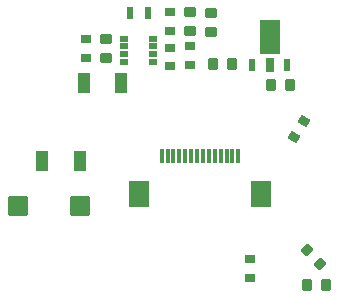
<source format=gbr>
%TF.GenerationSoftware,KiCad,Pcbnew,(6.0.1)*%
%TF.CreationDate,2022-11-26T20:31:09+08:00*%
%TF.ProjectId,IMU_base_V7,494d555f-6261-4736-955f-56372e6b6963,rev?*%
%TF.SameCoordinates,Original*%
%TF.FileFunction,Paste,Bot*%
%TF.FilePolarity,Positive*%
%FSLAX46Y46*%
G04 Gerber Fmt 4.6, Leading zero omitted, Abs format (unit mm)*
G04 Created by KiCad (PCBNEW (6.0.1)) date 2022-11-26 20:31:09*
%MOMM*%
%LPD*%
G01*
G04 APERTURE LIST*
G04 Aperture macros list*
%AMRoundRect*
0 Rectangle with rounded corners*
0 $1 Rounding radius*
0 $2 $3 $4 $5 $6 $7 $8 $9 X,Y pos of 4 corners*
0 Add a 4 corners polygon primitive as box body*
4,1,4,$2,$3,$4,$5,$6,$7,$8,$9,$2,$3,0*
0 Add four circle primitives for the rounded corners*
1,1,$1+$1,$2,$3*
1,1,$1+$1,$4,$5*
1,1,$1+$1,$6,$7*
1,1,$1+$1,$8,$9*
0 Add four rect primitives between the rounded corners*
20,1,$1+$1,$2,$3,$4,$5,0*
20,1,$1+$1,$4,$5,$6,$7,0*
20,1,$1+$1,$6,$7,$8,$9,0*
20,1,$1+$1,$8,$9,$2,$3,0*%
G04 Aperture macros list end*
%ADD10RoundRect,0.105000X-0.175000X-0.415000X0.175000X-0.415000X0.175000X0.415000X-0.175000X0.415000X0*%
%ADD11RoundRect,0.000000X-0.425000X-0.340000X0.425000X-0.340000X0.425000X0.340000X-0.425000X0.340000X0*%
%ADD12RoundRect,0.000000X0.506410X0.077128X-0.186410X0.477128X-0.506410X-0.077128X0.186410X-0.477128X0*%
%ADD13R,0.300000X1.300000*%
%ADD14R,1.800000X2.200000*%
%ADD15RoundRect,0.000000X0.340000X-0.425000X0.340000X0.425000X-0.340000X0.425000X-0.340000X-0.425000X0*%
%ADD16RoundRect,0.000000X-0.340000X0.425000X-0.340000X-0.425000X0.340000X-0.425000X0.340000X0.425000X0*%
%ADD17RoundRect,0.000000X0.495000X-0.787500X0.495000X0.787500X-0.495000X0.787500X-0.495000X-0.787500X0*%
%ADD18RoundRect,0.000000X0.400000X0.320000X-0.400000X0.320000X-0.400000X-0.320000X0.400000X-0.320000X0*%
%ADD19RoundRect,0.000000X-0.400000X-0.320000X0.400000X-0.320000X0.400000X0.320000X-0.400000X0.320000X0*%
%ADD20RoundRect,0.000000X0.056569X0.509117X-0.509117X-0.056569X-0.056569X-0.509117X0.509117X0.056569X0*%
%ADD21RoundRect,0.000000X-0.297500X-0.170000X0.297500X-0.170000X0.297500X0.170000X-0.297500X0.170000X0*%
%ADD22RoundRect,0.000000X0.248000X0.480000X-0.248000X0.480000X-0.248000X-0.480000X0.248000X-0.480000X0*%
%ADD23RoundRect,0.000000X0.263500X0.552500X-0.263500X0.552500X-0.263500X-0.552500X0.263500X-0.552500X0*%
%ADD24RoundRect,0.000000X0.807500X1.381250X-0.807500X1.381250X-0.807500X-1.381250X0.807500X-1.381250X0*%
%ADD25RoundRect,0.000000X0.800000X0.800000X-0.800000X0.800000X-0.800000X-0.800000X0.800000X-0.800000X0*%
%ADD26RoundRect,0.000000X0.425000X0.340000X-0.425000X0.340000X-0.425000X-0.340000X0.425000X-0.340000X0*%
%ADD27RoundRect,0.000000X-0.495000X0.787500X-0.495000X-0.787500X0.495000X-0.787500X0.495000X0.787500X0*%
G04 APERTURE END LIST*
D10*
%TO.C,L1*%
X185550000Y-59500000D03*
X187050000Y-59500000D03*
%TD*%
D11*
%TO.C,C13*%
X192350000Y-61100000D03*
X192350000Y-59500000D03*
%TD*%
D12*
%TO.C,R11*%
X200250000Y-68614360D03*
X199450000Y-70000000D03*
%TD*%
D13*
%TO.C,J5*%
X194700000Y-71550000D03*
X194200000Y-71550000D03*
X193700000Y-71550000D03*
X193200000Y-71550000D03*
X192700000Y-71550000D03*
X192200000Y-71550000D03*
X191700000Y-71550000D03*
X191200000Y-71550000D03*
X190700000Y-71550000D03*
X190200000Y-71550000D03*
X189700000Y-71550000D03*
X189200000Y-71550000D03*
X188700000Y-71550000D03*
X188200000Y-71550000D03*
D14*
X196600000Y-74800000D03*
X186300000Y-74800000D03*
%TD*%
D15*
%TO.C,C3*%
X202150000Y-82500000D03*
X200550000Y-82500000D03*
%TD*%
D16*
%TO.C,C8*%
X192550000Y-63800000D03*
X194150000Y-63800000D03*
%TD*%
D17*
%TO.C,C7*%
X178050000Y-72000000D03*
X181250000Y-72000000D03*
%TD*%
D18*
%TO.C,R3*%
X195650000Y-80300000D03*
X195650000Y-81900000D03*
%TD*%
D19*
%TO.C,R5*%
X181800000Y-63300000D03*
X181800000Y-61700000D03*
%TD*%
D20*
%TO.C,R1*%
X200468630Y-79568630D03*
X201600000Y-80700000D03*
%TD*%
D21*
%TO.C,U3*%
X187500000Y-61650000D03*
X187500000Y-62300000D03*
X187500000Y-62950000D03*
X187500000Y-63600000D03*
X185000000Y-63600000D03*
X185000000Y-62950000D03*
X185000000Y-62300000D03*
X185000000Y-61650000D03*
%TD*%
D22*
%TO.C,U1*%
X195850000Y-63900000D03*
D23*
X197350000Y-63850000D03*
D24*
X197350000Y-61525000D03*
D22*
X198850000Y-63900000D03*
%TD*%
D18*
%TO.C,R8*%
X188900000Y-61000000D03*
X188900000Y-59400000D03*
%TD*%
D25*
%TO.C,D1*%
X176000000Y-75800000D03*
X181250000Y-75800000D03*
%TD*%
D19*
%TO.C,R4*%
X188900000Y-64000000D03*
X188900000Y-62400000D03*
%TD*%
D26*
%TO.C,C11*%
X183500000Y-63300000D03*
X183500000Y-61700000D03*
%TD*%
D27*
%TO.C,C10*%
X181600000Y-65400000D03*
X184800000Y-65400000D03*
%TD*%
D11*
%TO.C,C12*%
X190600000Y-61000000D03*
X190600000Y-59400000D03*
%TD*%
D19*
%TO.C,R9*%
X190600000Y-62300000D03*
X190600000Y-63900000D03*
%TD*%
D15*
%TO.C,C9*%
X199050000Y-65600000D03*
X197450000Y-65600000D03*
%TD*%
M02*

</source>
